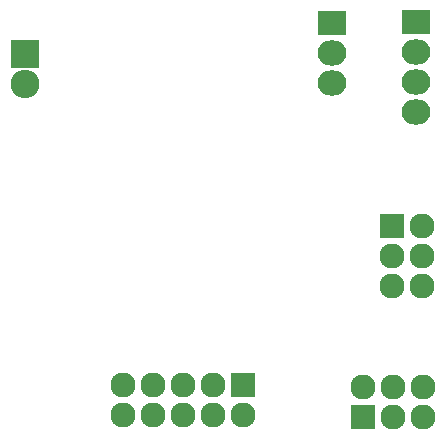
<source format=gbs>
G04 #@! TF.FileFunction,Soldermask,Bot*
%FSLAX46Y46*%
G04 Gerber Fmt 4.6, Leading zero omitted, Abs format (unit mm)*
G04 Created by KiCad (PCBNEW 4.0.4-stable) date 11/04/16 17:13:28*
%MOMM*%
%LPD*%
G01*
G04 APERTURE LIST*
%ADD10C,0.100000*%
%ADD11R,2.127200X2.127200*%
%ADD12O,2.127200X2.127200*%
%ADD13R,2.432000X2.127200*%
%ADD14O,2.432000X2.127200*%
%ADD15R,2.432000X2.432000*%
%ADD16O,2.432000X2.432000*%
G04 APERTURE END LIST*
D10*
D11*
X138430000Y-105156000D03*
D12*
X138430000Y-102616000D03*
X140970000Y-105156000D03*
X140970000Y-102616000D03*
X143510000Y-105156000D03*
X143510000Y-102616000D03*
D13*
X135826500Y-71818500D03*
D14*
X135826500Y-74358500D03*
X135826500Y-76898500D03*
D13*
X142938500Y-71755000D03*
D14*
X142938500Y-74295000D03*
X142938500Y-76835000D03*
X142938500Y-79375000D03*
D11*
X128270000Y-102425500D03*
D12*
X128270000Y-104965500D03*
X125730000Y-102425500D03*
X125730000Y-104965500D03*
X123190000Y-102425500D03*
X123190000Y-104965500D03*
X120650000Y-102425500D03*
X120650000Y-104965500D03*
X118110000Y-102425500D03*
X118110000Y-104965500D03*
D11*
X140843000Y-88963500D03*
D12*
X143383000Y-88963500D03*
X140843000Y-91503500D03*
X143383000Y-91503500D03*
X140843000Y-94043500D03*
X143383000Y-94043500D03*
D15*
X109791500Y-74422000D03*
D16*
X109791500Y-76962000D03*
M02*

</source>
